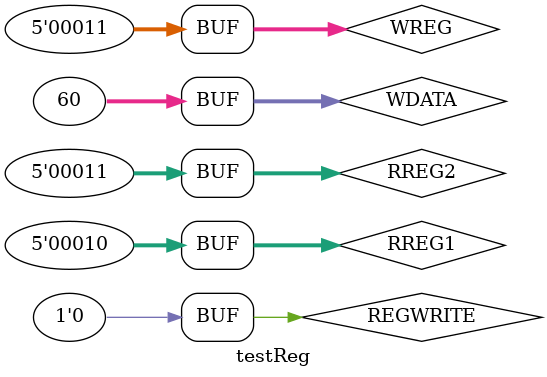
<source format=v>

module RegFile(rReg1, rReg2, wReg, wData, RegWrite, clk, rData1, rData2);
    input RegWrite, clk;
    input [4:0] rReg1, rReg2, wReg;
    input [31:0] wData;
    output [31:0] rData1, rData2;
    //reg [31:0] rData1, rData2;
    reg [31:0] Reg [31:0];
    
    initial
    begin
        Reg[0] = 32'd0;//$0 = 0
        
    end
    
    always @ (posedge clk/*RegWrite or rReg1 or rReg2 or wReg or wData*/)
    begin
        if(RegWrite)
            Reg[wReg] = wData;
        /*else
        begin
            #1 rData1 = Reg[rReg1];
            #1 rData2 = Reg[rReg2];
        end*/
    end    
    
    assign rData1 = Reg[rReg1];
    assign rData2 = Reg[rReg2];
endmodule

module testReg;
      reg [4:0] RREG1, RREG2, WREG;
      reg REGWRITE, CLK;
      reg [31:0] WDATA;
      wire [31:0] RDATA1, RDATA2;
      
      RegFile rf1(RREG1, RREG2, WREG, WDATA, REGWRITE, CLK, RDATA1 , RDATA2);
      
      initial
      begin
           WREG = 5'd4; REGWRITE = 1'b1; WDATA = 32'd50;
          #10 WREG = 5'd2; REGWRITE = 1'b1; WDATA = 32'd40;
          #10 WREG = 5'd3; REGWRITE = 1'b1; WDATA = 32'd60;
          #10 REGWRITE = 1'b0; RREG1 = 5'd2; RREG2 = 5'd3;
      end
  endmodule

</source>
